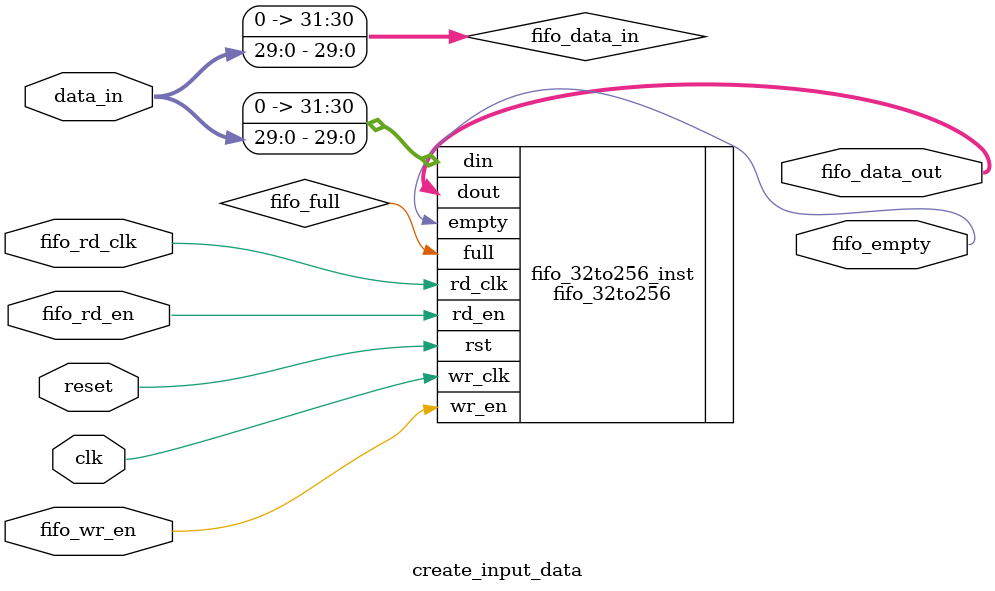
<source format=v>
`timescale 1ns / 1ps


module create_input_data(
input wire clk,                     //input clock
input wire reset,                   //system reset
input wire [29:0] data_in,          //Descrabed data input 
input wire fifo_wr_en,
input wire fifo_rd_clk,
input wire fifo_rd_en,
output wire [255:0] fifo_data_out,
output wire fifo_empty
);
//-------------------------------------------------< generate 32 bit data
//reg [31:0] data_in_r;
//wire [31:0] data_in;
////reg fifo_wr_en_r;
//always @(posedge clk or posedge reset)
//begin
//    if(reset)
//    begin 
//        data_in_r <= 32'h00000000;
//    end
//    else
//    begin
//        if(fifo_wr_en == 1'b1 && fifo_full == 1'b0)        
//            data_in_r <= data_in_r + 1'b1;
//        else
//            data_in_r <= data_in_r;
//    end
//end
wire [31:0]fifo_data_in;
assign fifo_data_in = {2'b00,data_in};
//-------------------------------------------------> generate 32 bit data
//-------------------------------------------------< fifo32to256
//wire fifo_wr_en;
fifo_32to256 fifo_32to256_inst (
  .rst(reset),              // input wire rst
  .wr_clk(clk),             // input wire wr_clk
  .rd_clk(fifo_rd_clk),     // input wire rd_clk
  .din(fifo_data_in),       // input wire [31 : 0] din
  .wr_en(fifo_wr_en),       // input wire wr_en
  .rd_en(fifo_rd_en),       // input wire rd_en
  .dout(fifo_data_out),     // output wire [255 : 0] dout
  .full(fifo_full),         // output wire full
  .empty(fifo_empty)        // output wire empty
);
//-------------------------------------------------> fifo32to256
endmodule

</source>
